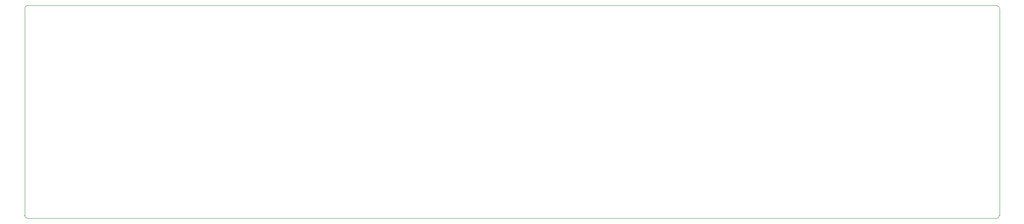
<source format=gbr>
%TF.GenerationSoftware,KiCad,Pcbnew,7.0.2*%
%TF.CreationDate,2024-06-24T19:43:42-07:00*%
%TF.ProjectId,Score-Board-LinInd,53636f72-652d-4426-9f61-72642d4c696e,1*%
%TF.SameCoordinates,Original*%
%TF.FileFunction,Profile,NP*%
%FSLAX46Y46*%
G04 Gerber Fmt 4.6, Leading zero omitted, Abs format (unit mm)*
G04 Created by KiCad (PCBNEW 7.0.2) date 2024-06-24 19:43:42*
%MOMM*%
%LPD*%
G01*
G04 APERTURE LIST*
%TA.AperFunction,Profile*%
%ADD10C,0.100000*%
%TD*%
G04 APERTURE END LIST*
D10*
X238462500Y-133023000D02*
X36532500Y-133023000D01*
X239097500Y-89208000D02*
X239097500Y-132388000D01*
X36532500Y-88573000D02*
X238462500Y-88573000D01*
X35897500Y-132388000D02*
X35897500Y-89208000D01*
X239097500Y-89208000D02*
G75*
G03*
X238462500Y-88573000I-635000J0D01*
G01*
X36532500Y-88573000D02*
G75*
G03*
X35897500Y-89208000I0J-635000D01*
G01*
X35897500Y-132388000D02*
G75*
G03*
X36532500Y-133023000I635000J0D01*
G01*
X238462500Y-133023000D02*
G75*
G03*
X239097500Y-132388000I0J635000D01*
G01*
M02*

</source>
